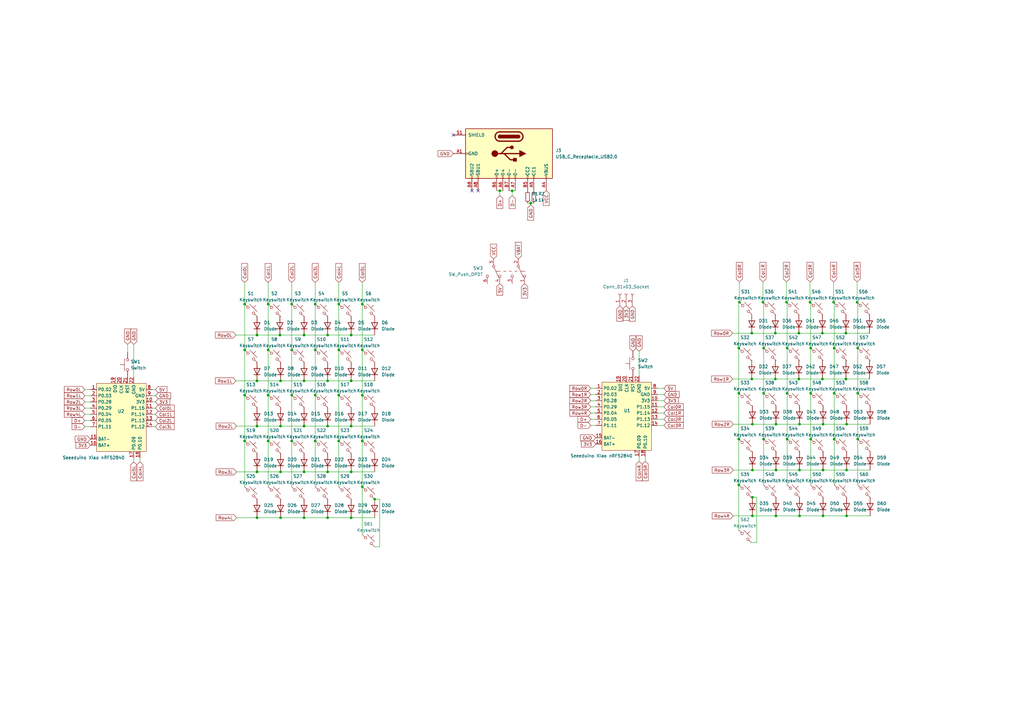
<source format=kicad_sch>
(kicad_sch (version 20230121) (generator eeschema)
  (paper "A3")
  (junction (at 318.008 155.448))
  (junction (at 347.218 192.786))
  (junction (at 308.356 136.652))
  (junction (at 318.262 192.786))
  (junction (at 346.964 136.652))
  (junction (at 129.286 180.848))
  (junction (at 217.678 83.312))
  (junction (at 303.022 180.086))
  (junction (at 308.356 155.448))
  (junction (at 124.714 193.548))
  (junction (at 337.566 211.582))
  (junction (at 119.634 143.51))
  (junction (at 115.062 193.548))
  (junction (at 351.79 180.086))
  (junction (at 303.022 161.29))
  (junction (at 129.286 162.052))
  (junction (at 105.41 212.344))
  (junction (at 134.366 156.21))
  (junction (at 105.41 137.414))
  (junction (at 148.59 124.714))
  (junction (at 327.66 155.448))
  (junction (at 134.366 193.548))
  (junction (at 144.018 137.414))
  (junction (at 100.33 124.714))
  (junction (at 119.634 180.848))
  (junction (at 124.714 156.21))
  (junction (at 312.928 123.952))
  (junction (at 303.276 123.952))
  (junction (at 119.634 124.714))
  (junction (at 342.138 161.29))
  (junction (at 341.884 123.952))
  (junction (at 148.59 143.51))
  (junction (at 303.022 142.748))
  (junction (at 204.978 78.232))
  (junction (at 327.914 192.786))
  (junction (at 138.938 180.848))
  (junction (at 105.41 193.548))
  (junction (at 308.61 173.99))
  (junction (at 303.022 198.882))
  (junction (at 134.366 174.752))
  (junction (at 138.938 143.51))
  (junction (at 148.59 180.848))
  (junction (at 313.182 180.086))
  (junction (at 308.61 211.582))
  (junction (at 322.834 161.29))
  (junction (at 313.182 142.748))
  (junction (at 327.914 173.99))
  (junction (at 134.366 212.344))
  (junction (at 124.714 137.414))
  (junction (at 351.536 123.952))
  (junction (at 144.018 193.548))
  (junction (at 115.062 174.752))
  (junction (at 100.33 143.51))
  (junction (at 308.61 203.962))
  (junction (at 342.138 142.748))
  (junction (at 332.486 180.086))
  (junction (at 115.062 212.344))
  (junction (at 105.41 156.21))
  (junction (at 109.982 180.848))
  (junction (at 332.486 161.29))
  (junction (at 100.33 180.848))
  (junction (at 346.964 155.448))
  (junction (at 124.714 174.752))
  (junction (at 337.312 155.448))
  (junction (at 148.59 162.052))
  (junction (at 351.79 142.748))
  (junction (at 332.486 142.748))
  (junction (at 322.58 123.952))
  (junction (at 318.262 211.582))
  (junction (at 342.138 180.086))
  (junction (at 148.59 199.644))
  (junction (at 332.232 123.952))
  (junction (at 134.366 137.414))
  (junction (at 138.938 162.052))
  (junction (at 100.33 162.052))
  (junction (at 347.218 211.582))
  (junction (at 153.67 204.724))
  (junction (at 109.982 162.052))
  (junction (at 138.938 124.714))
  (junction (at 318.008 136.652))
  (junction (at 347.218 173.99))
  (junction (at 144.018 212.344))
  (junction (at 144.018 156.21))
  (junction (at 109.982 143.51))
  (junction (at 351.79 161.29))
  (junction (at 114.808 137.414))
  (junction (at 308.61 192.786))
  (junction (at 119.634 162.052))
  (junction (at 337.566 173.99))
  (junction (at 210.058 78.232))
  (junction (at 313.182 161.29))
  (junction (at 105.41 174.752))
  (junction (at 144.018 174.752))
  (junction (at 129.286 143.51))
  (junction (at 337.312 136.652))
  (junction (at 129.286 124.714))
  (junction (at 124.714 212.344))
  (junction (at 337.566 192.786))
  (junction (at 327.66 136.652))
  (junction (at 115.062 156.21))
  (junction (at 318.262 173.99))
  (junction (at 327.914 211.582))
  (junction (at 322.834 180.086))
  (junction (at 109.982 124.714))
  (junction (at 322.834 142.748))
  (no_connect (at 196.088 78.232))
  (no_connect (at 193.548 78.232))
  (no_connect (at 185.928 55.372))
  (wire (pts (xy 63.754 162.306) (xy 62.484 162.306)))
  (wire (pts (xy 308.102 185.166) (xy 308.61 185.166)))
  (wire (pts (xy 63.754 169.926) (xy 62.484 169.926)))
  (wire (pts (xy 138.938 124.714) (xy 138.938 143.51)))
  (wire (pts (xy 342.138 198.882) (xy 342.138 180.086)))
  (wire (pts (xy 119.634 143.51) (xy 119.634 162.052)))
  (wire (pts (xy 322.58 115.57) (xy 322.58 123.952)))
  (wire (pts (xy 134.366 193.548) (xy 144.018 193.548)))
  (wire (pts (xy 105.41 137.414) (xy 114.808 137.414)))
  (wire (pts (xy 134.366 156.21) (xy 144.018 156.21)))
  (wire (pts (xy 96.774 137.414) (xy 105.41 137.414)))
  (wire (pts (xy 318.262 192.786) (xy 327.914 192.786)))
  (wire (pts (xy 347.218 173.99) (xy 356.87 173.99)))
  (wire (pts (xy 337.312 155.448) (xy 346.964 155.448)))
  (wire (pts (xy 109.982 180.848) (xy 109.982 162.052)))
  (wire (pts (xy 129.286 143.51) (xy 129.286 162.052)))
  (wire (pts (xy 63.754 167.386) (xy 62.484 167.386)))
  (wire (pts (xy 322.834 198.882) (xy 322.834 180.086)))
  (wire (pts (xy 308.356 136.652) (xy 318.008 136.652)))
  (wire (pts (xy 144.018 137.414) (xy 153.67 137.414)))
  (wire (pts (xy 356.87 147.828) (xy 356.616 147.828)))
  (wire (pts (xy 313.182 123.952) (xy 312.928 123.952)))
  (wire (pts (xy 210.058 80.264) (xy 210.058 78.232)))
  (wire (pts (xy 342.138 142.748) (xy 342.138 123.952)))
  (wire (pts (xy 100.33 180.848) (xy 100.33 162.052)))
  (wire (pts (xy 153.67 224.282) (xy 155.702 224.282)))
  (wire (pts (xy 327.914 192.786) (xy 337.566 192.786)))
  (wire (pts (xy 264.668 189.23) (xy 264.668 187.198)))
  (wire (pts (xy 272.288 161.798) (xy 269.748 161.798)))
  (wire (pts (xy 34.798 172.466) (xy 37.084 172.466)))
  (wire (pts (xy 313.182 142.748) (xy 313.182 123.952)))
  (wire (pts (xy 310.388 203.962) (xy 308.61 203.962)))
  (wire (pts (xy 322.834 161.29) (xy 322.834 142.748)))
  (wire (pts (xy 272.288 174.498) (xy 269.748 174.498)))
  (wire (pts (xy 337.566 173.99) (xy 347.218 173.99)))
  (wire (pts (xy 347.218 211.582) (xy 356.87 211.582)))
  (wire (pts (xy 115.062 156.21) (xy 124.714 156.21)))
  (wire (pts (xy 313.182 161.29) (xy 313.182 142.748)))
  (wire (pts (xy 204.978 78.232) (xy 206.248 78.232)))
  (wire (pts (xy 318.008 136.652) (xy 327.66 136.652)))
  (wire (pts (xy 313.182 198.882) (xy 313.182 180.086)))
  (wire (pts (xy 342.138 161.29) (xy 342.138 142.748)))
  (wire (pts (xy 148.59 143.51) (xy 148.59 162.052)))
  (wire (pts (xy 262.128 144.018) (xy 262.128 154.178)))
  (wire (pts (xy 63.754 172.466) (xy 62.484 172.466)))
  (wire (pts (xy 242.316 174.498) (xy 244.348 174.498)))
  (wire (pts (xy 300.736 192.786) (xy 308.61 192.786)))
  (wire (pts (xy 337.566 192.786) (xy 347.218 192.786)))
  (wire (pts (xy 129.286 162.052) (xy 129.286 180.848)))
  (wire (pts (xy 217.678 83.312) (xy 218.948 83.312)))
  (wire (pts (xy 129.286 115.824) (xy 129.286 124.714)))
  (wire (pts (xy 63.754 159.766) (xy 62.484 159.766)))
  (wire (pts (xy 303.022 142.748) (xy 303.022 123.952)))
  (wire (pts (xy 124.714 193.548) (xy 134.366 193.548)))
  (wire (pts (xy 124.714 212.344) (xy 134.366 212.344)))
  (wire (pts (xy 303.022 180.086) (xy 303.022 161.29)))
  (wire (pts (xy 105.41 212.344) (xy 115.062 212.344)))
  (wire (pts (xy 34.798 175.006) (xy 37.084 175.006)))
  (wire (pts (xy 351.79 142.748) (xy 351.79 123.952)))
  (wire (pts (xy 327.914 211.582) (xy 337.566 211.582)))
  (wire (pts (xy 138.938 115.824) (xy 138.938 124.714)))
  (wire (pts (xy 109.982 143.51) (xy 109.982 124.714)))
  (wire (pts (xy 203.708 78.232) (xy 204.978 78.232)))
  (wire (pts (xy 242.316 171.958) (xy 244.348 171.958)))
  (wire (pts (xy 272.288 159.258) (xy 269.748 159.258)))
  (wire (pts (xy 115.062 212.344) (xy 124.714 212.344)))
  (wire (pts (xy 318.262 173.99) (xy 327.914 173.99)))
  (wire (pts (xy 148.59 115.824) (xy 148.59 124.714)))
  (wire (pts (xy 109.982 199.644) (xy 109.982 180.848)))
  (wire (pts (xy 272.288 166.878) (xy 269.748 166.878)))
  (wire (pts (xy 204.978 80.264) (xy 204.978 78.232)))
  (wire (pts (xy 124.714 174.752) (xy 134.366 174.752)))
  (wire (pts (xy 57.404 189.484) (xy 57.404 187.706)))
  (wire (pts (xy 63.754 164.846) (xy 62.484 164.846)))
  (wire (pts (xy 138.938 143.51) (xy 138.938 162.052)))
  (wire (pts (xy 351.79 198.882) (xy 351.79 180.086)))
  (wire (pts (xy 109.982 162.052) (xy 109.982 143.51)))
  (wire (pts (xy 216.408 83.312) (xy 217.678 83.312)))
  (wire (pts (xy 138.938 180.848) (xy 138.938 199.644)))
  (wire (pts (xy 308.61 173.99) (xy 318.262 173.99)))
  (wire (pts (xy 97.028 174.752) (xy 105.41 174.752)))
  (wire (pts (xy 272.288 164.338) (xy 269.748 164.338)))
  (wire (pts (xy 347.218 192.786) (xy 356.87 192.786)))
  (wire (pts (xy 119.634 124.714) (xy 119.634 143.51)))
  (wire (pts (xy 322.834 123.952) (xy 322.58 123.952)))
  (wire (pts (xy 34.798 169.926) (xy 37.084 169.926)))
  (wire (pts (xy 351.79 161.29) (xy 351.79 142.748)))
  (wire (pts (xy 100.33 199.644) (xy 100.33 180.848)))
  (wire (pts (xy 138.938 162.052) (xy 138.938 180.848)))
  (wire (pts (xy 134.366 137.414) (xy 144.018 137.414)))
  (wire (pts (xy 303.022 198.882) (xy 303.022 180.086)))
  (wire (pts (xy 342.138 180.086) (xy 342.138 161.29)))
  (wire (pts (xy 337.566 211.582) (xy 347.218 211.582)))
  (wire (pts (xy 322.834 142.748) (xy 322.834 123.952)))
  (wire (pts (xy 318.262 211.582) (xy 327.914 211.582)))
  (wire (pts (xy 300.482 155.448) (xy 308.356 155.448)))
  (wire (pts (xy 144.018 156.21) (xy 153.67 156.21)))
  (wire (pts (xy 105.41 174.752) (xy 115.062 174.752)))
  (wire (pts (xy 322.834 180.086) (xy 322.834 161.29)))
  (wire (pts (xy 346.964 155.448) (xy 356.616 155.448)))
  (wire (pts (xy 124.714 137.414) (xy 134.366 137.414)))
  (wire (pts (xy 109.982 115.824) (xy 109.982 124.714)))
  (wire (pts (xy 300.482 136.652) (xy 308.356 136.652)))
  (wire (pts (xy 63.754 175.006) (xy 62.484 175.006)))
  (wire (pts (xy 308.356 155.448) (xy 318.008 155.448)))
  (wire (pts (xy 242.316 164.338) (xy 244.348 164.338)))
  (wire (pts (xy 100.33 162.052) (xy 100.33 143.51)))
  (wire (pts (xy 115.062 174.752) (xy 124.714 174.752)))
  (wire (pts (xy 119.634 115.824) (xy 119.634 124.714)))
  (wire (pts (xy 242.316 166.878) (xy 244.348 166.878)))
  (wire (pts (xy 347.218 147.828) (xy 346.964 147.828)))
  (wire (pts (xy 308.102 147.828) (xy 308.356 147.828)))
  (wire (pts (xy 308.61 211.582) (xy 318.262 211.582)))
  (wire (pts (xy 327.66 155.448) (xy 337.312 155.448)))
  (wire (pts (xy 119.634 162.052) (xy 119.634 180.848)))
  (wire (pts (xy 303.022 161.29) (xy 303.022 142.748)))
  (wire (pts (xy 242.316 161.798) (xy 244.348 161.798)))
  (wire (pts (xy 148.59 124.714) (xy 148.59 143.51)))
  (wire (pts (xy 272.288 171.958) (xy 269.748 171.958)))
  (wire (pts (xy 303.022 123.952) (xy 303.276 123.952)))
  (wire (pts (xy 300.736 173.99) (xy 308.61 173.99)))
  (wire (pts (xy 96.774 156.21) (xy 105.41 156.21)))
  (wire (pts (xy 54.864 141.224) (xy 54.864 154.686)))
  (wire (pts (xy 114.808 137.414) (xy 124.714 137.414)))
  (wire (pts (xy 134.366 174.752) (xy 144.018 174.752)))
  (wire (pts (xy 210.058 78.232) (xy 211.328 78.232)))
  (wire (pts (xy 144.018 212.344) (xy 153.67 212.344)))
  (wire (pts (xy 115.062 193.548) (xy 124.714 193.548)))
  (wire (pts (xy 308.102 166.37) (xy 308.61 166.37)))
  (wire (pts (xy 327.914 147.828) (xy 327.66 147.828)))
  (wire (pts (xy 341.884 115.57) (xy 341.884 123.952)))
  (wire (pts (xy 100.33 115.824) (xy 100.33 124.714)))
  (wire (pts (xy 54.864 189.484) (xy 54.864 187.706)))
  (wire (pts (xy 272.288 169.418) (xy 269.748 169.418)))
  (wire (pts (xy 303.276 115.57) (xy 303.276 123.952)))
  (wire (pts (xy 148.59 180.848) (xy 148.59 199.644)))
  (wire (pts (xy 300.736 211.582) (xy 308.61 211.582)))
  (wire (pts (xy 351.536 115.57) (xy 351.536 123.952)))
  (wire (pts (xy 310.388 222.504) (xy 310.388 203.962)))
  (wire (pts (xy 342.138 123.952) (xy 341.884 123.952)))
  (wire (pts (xy 351.79 180.086) (xy 351.79 161.29)))
  (wire (pts (xy 217.678 84.074) (xy 217.678 83.312)))
  (wire (pts (xy 318.008 155.448) (xy 327.66 155.448)))
  (wire (pts (xy 332.486 142.748) (xy 332.486 123.952)))
  (wire (pts (xy 52.324 141.224) (xy 52.324 144.526)))
  (wire (pts (xy 124.714 156.21) (xy 134.366 156.21)))
  (wire (pts (xy 208.788 78.232) (xy 210.058 78.232)))
  (wire (pts (xy 34.798 162.306) (xy 37.084 162.306)))
  (wire (pts (xy 337.566 147.828) (xy 337.312 147.828)))
  (wire (pts (xy 332.232 115.57) (xy 332.232 123.952)))
  (wire (pts (xy 346.964 136.652) (xy 356.616 136.652)))
  (wire (pts (xy 308.102 203.962) (xy 308.61 203.962)))
  (wire (pts (xy 34.798 164.846) (xy 37.084 164.846)))
  (wire (pts (xy 119.634 180.848) (xy 119.634 199.644)))
  (wire (pts (xy 242.316 159.258) (xy 244.348 159.258)))
  (wire (pts (xy 262.128 189.23) (xy 262.128 187.198)))
  (wire (pts (xy 242.316 169.418) (xy 244.348 169.418)))
  (wire (pts (xy 34.798 167.386) (xy 37.084 167.386)))
  (wire (pts (xy 318.262 147.828) (xy 318.008 147.828)))
  (wire (pts (xy 303.022 217.424) (xy 303.022 198.882)))
  (wire (pts (xy 337.312 136.652) (xy 346.964 136.652)))
  (wire (pts (xy 144.018 193.548) (xy 153.67 193.548)))
  (wire (pts (xy 332.486 198.882) (xy 332.486 180.086)))
  (wire (pts (xy 308.61 192.786) (xy 318.262 192.786)))
  (wire (pts (xy 327.914 173.99) (xy 337.566 173.99)))
  (wire (pts (xy 327.66 136.652) (xy 337.312 136.652)))
  (wire (pts (xy 155.702 204.724) (xy 153.67 204.724)))
  (wire (pts (xy 308.102 222.504) (xy 310.388 222.504)))
  (wire (pts (xy 313.182 180.086) (xy 313.182 161.29)))
  (wire (pts (xy 148.59 162.052) (xy 148.59 180.848)))
  (wire (pts (xy 100.33 124.714) (xy 100.33 143.51)))
  (wire (pts (xy 134.366 212.344) (xy 144.018 212.344)))
  (wire (pts (xy 97.028 193.548) (xy 105.41 193.548)))
  (wire (pts (xy 105.41 193.548) (xy 115.062 193.548)))
  (wire (pts (xy 115.062 129.794) (xy 114.808 129.794)))
  (wire (pts (xy 312.928 115.57) (xy 312.928 123.952)))
  (wire (pts (xy 144.018 174.752) (xy 153.67 174.752)))
  (wire (pts (xy 332.486 123.952) (xy 332.232 123.952)))
  (wire (pts (xy 148.59 219.202) (xy 148.59 199.644)))
  (wire (pts (xy 332.486 161.29) (xy 332.486 142.748)))
  (wire (pts (xy 351.79 123.952) (xy 351.536 123.952)))
  (wire (pts (xy 97.028 212.344) (xy 105.41 212.344)))
  (wire (pts (xy 332.486 180.086) (xy 332.486 161.29)))
  (wire (pts (xy 129.286 124.714) (xy 129.286 143.51)))
  (wire (pts (xy 129.286 180.848) (xy 129.286 199.644)))
  (wire (pts (xy 34.798 159.766) (xy 37.084 159.766)))
  (wire (pts (xy 155.702 224.282) (xy 155.702 204.724)))
  (wire (pts (xy 105.41 156.21) (xy 115.062 156.21)))
  (global_label "GND" (shape input) (at 54.864 141.224 90) (property "Intersheetrefs" "${INTERSHEET_REFS}" (effects hide)))
  (global_label "Col1L" (shape input) (at 63.754 169.926 0) (property "Intersheetrefs" "${INTERSHEET_REFS}" (effects hide)))
  (global_label "GND" (shape input) (at 259.588 144.018 90) (property "Intersheetrefs" "${INTERSHEET_REFS}" (effects hide)))
  (global_label "Row3L" (shape input) (at 34.798 167.386 180) (property "Intersheetrefs" "${INTERSHEET_REFS}" (effects hide)))
  (global_label "Col3R" (shape input) (at 332.232 115.57 90) (property "Intersheetrefs" "${INTERSHEET_REFS}" (effects hide)))
  (global_label "3V3" (shape input) (at 63.754 164.846 0) (property "Intersheetrefs" "${INTERSHEET_REFS}" (effects hide)))
  (global_label "GND" (shape input) (at 217.678 84.074 270) (property "Intersheetrefs" "${INTERSHEET_REFS}" (effects hide)))
  (global_label "GND" (shape input) (at 185.928 62.992 180) (property "Intersheetrefs" "${INTERSHEET_REFS}" (effects hide)))
  (global_label "GND" (shape input) (at 254.254 125.476 270) (property "Intersheetrefs" "${INTERSHEET_REFS}" (effects hide)))
  (global_label "GND" (shape input) (at 259.334 125.476 270) (property "Intersheetrefs" "${INTERSHEET_REFS}" (effects hide)))
  (global_label "Col2L" (shape input) (at 63.754 172.466 0) (property "Intersheetrefs" "${INTERSHEET_REFS}" (effects hide)))
  (global_label "GND" (shape input) (at 52.324 141.224 90) (property "Intersheetrefs" "${INTERSHEET_REFS}" (effects hide)))
  (global_label "Col3L" (shape input) (at 63.754 175.006 0) (property "Intersheetrefs" "${INTERSHEET_REFS}" (effects hide)))
  (global_label "Col4L" (shape input) (at 138.938 115.824 90) (property "Intersheetrefs" "${INTERSHEET_REFS}" (effects hide)))
  (global_label "Row3R" (shape input) (at 300.736 192.786 180) (property "Intersheetrefs" "${INTERSHEET_REFS}" (effects hide)))
  (global_label "5V" (shape input) (at 272.288 159.258 0) (property "Intersheetrefs" "${INTERSHEET_REFS}" (effects hide)))
  (global_label "Col0L" (shape input) (at 63.754 167.386 0) (property "Intersheetrefs" "${INTERSHEET_REFS}" (effects hide)))
  (global_label "Row0L" (shape input) (at 34.798 159.766 180) (property "Intersheetrefs" "${INTERSHEET_REFS}" (effects hide)))
  (global_label "5V" (shape input) (at 63.754 159.766 0) (property "Intersheetrefs" "${INTERSHEET_REFS}" (effects hide)))
  (global_label "Row3R" (shape input) (at 242.316 166.878 180) (property "Intersheetrefs" "${INTERSHEET_REFS}" (effects hide)))
  (global_label "Row2L" (shape input) (at 34.798 164.846 180) (property "Intersheetrefs" "${INTERSHEET_REFS}" (effects hide)))
  (global_label "3V3" (shape input) (at 272.288 164.338 0) (property "Intersheetrefs" "${INTERSHEET_REFS}" (effects hide)))
  (global_label "Row4R" (shape input) (at 242.316 169.418 180) (property "Intersheetrefs" "${INTERSHEET_REFS}" (effects hide)))
  (global_label "D-" (shape input) (at 34.798 175.006 180) (property "Intersheetrefs" "${INTERSHEET_REFS}" (effects hide)))
  (global_label "Col0L" (shape input) (at 100.33 115.824 90) (property "Intersheetrefs" "${INTERSHEET_REFS}" (effects hide)))
  (global_label "D+" (shape input) (at 34.798 172.466 180) (property "Intersheetrefs" "${INTERSHEET_REFS}" (effects hide)))
  (global_label "Col2R" (shape input) (at 322.58 115.57 90) (property "Intersheetrefs" "${INTERSHEET_REFS}" (effects hide)))
  (global_label "3V3" (shape input) (at 215.138 116.332 270) (property "Intersheetrefs" "${INTERSHEET_REFS}" (effects hide)))
  (global_label "Col3R" (shape input) (at 272.288 174.498 0) (property "Intersheetrefs" "${INTERSHEET_REFS}" (effects hide)))
  (global_label "Row0L" (shape input) (at 96.774 137.414 180) (property "Intersheetrefs" "${INTERSHEET_REFS}" (effects hide)))
  (global_label "Col4R" (shape input) (at 262.128 189.23 270) (property "Intersheetrefs" "${INTERSHEET_REFS}" (effects hide)))
  (global_label "GND" (shape input) (at 272.288 161.798 0) (property "Intersheetrefs" "${INTERSHEET_REFS}" (effects hide)))
  (global_label "Row1R" (shape input) (at 300.482 155.448 180) (property "Intersheetrefs" "${INTERSHEET_REFS}" (effects hide)))
  (global_label "Col5R" (shape input) (at 351.536 115.57 90) (property "Intersheetrefs" "${INTERSHEET_REFS}" (effects hide)))
  (global_label "Col1R" (shape input) (at 272.288 169.418 0) (property "Intersheetrefs" "${INTERSHEET_REFS}" (effects hide)))
  (global_label "Col5L" (shape input) (at 54.864 189.484 270) (property "Intersheetrefs" "${INTERSHEET_REFS}" (effects hide)))
  (global_label "Col2L" (shape input) (at 119.634 115.824 90) (property "Intersheetrefs" "${INTERSHEET_REFS}" (effects hide)))
  (global_label "D-" (shape input) (at 242.316 174.498 180) (property "Intersheetrefs" "${INTERSHEET_REFS}" (effects hide)))
  (global_label "Col0R" (shape input) (at 303.276 115.57 90) (property "Intersheetrefs" "${INTERSHEET_REFS}" (effects hide)))
  (global_label "Row4L" (shape input) (at 97.028 212.344 180) (property "Intersheetrefs" "${INTERSHEET_REFS}" (effects hide)))
  (global_label "D+" (shape input) (at 204.978 80.264 270) (property "Intersheetrefs" "${INTERSHEET_REFS}" (effects hide)))
  (global_label "Row2R" (shape input) (at 300.736 173.99 180) (property "Intersheetrefs" "${INTERSHEET_REFS}" (effects hide)))
  (global_label "Row1L" (shape input) (at 34.798 162.306 180) (property "Intersheetrefs" "${INTERSHEET_REFS}" (effects hide)))
  (global_label "Col4R" (shape input) (at 341.884 115.57 90) (property "Intersheetrefs" "${INTERSHEET_REFS}" (effects hide)))
  (global_label "Col1R" (shape input) (at 312.928 115.57 90) (property "Intersheetrefs" "${INTERSHEET_REFS}" (effects hide)))
  (global_label "VBAT" (shape input) (at 212.598 106.172 90) (property "Intersheetrefs" "${INTERSHEET_REFS}" (effects hide)))
  (global_label "VCC" (shape input) (at 224.028 78.232 270) (property "Intersheetrefs" "${INTERSHEET_REFS}" (effects hide)))
  (global_label "Col0R" (shape input) (at 272.288 166.878 0) (property "Intersheetrefs" "${INTERSHEET_REFS}" (effects hide)))
  (global_label "Col5R" (shape input) (at 264.668 189.23 270) (property "Intersheetrefs" "${INTERSHEET_REFS}" (effects hide)))
  (global_label "GND" (shape input) (at 244.348 179.578 180) (property "Intersheetrefs" "${INTERSHEET_REFS}" (effects hide)))
  (global_label "Row4L" (shape input) (at 34.798 169.926 180) (property "Intersheetrefs" "${INTERSHEET_REFS}" (effects hide)))
  (global_label "D-" (shape input) (at 210.058 80.264 270) (property "Intersheetrefs" "${INTERSHEET_REFS}" (effects hide)))
  (global_label "Row0R" (shape input) (at 300.482 136.652 180) (property "Intersheetrefs" "${INTERSHEET_REFS}" (effects hide)))
  (global_label "3V3" (shape input) (at 256.794 125.476 270) (property "Intersheetrefs" "${INTERSHEET_REFS}" (effects hide)))
  (global_label "Row4R" (shape input) (at 300.736 211.582 180) (property "Intersheetrefs" "${INTERSHEET_REFS}" (effects hide)))
  (global_label "Col4L" (shape input) (at 57.404 189.484 270) (property "Intersheetrefs" "${INTERSHEET_REFS}" (effects hide)))
  (global_label "Row2L" (shape input) (at 97.028 174.752 180) (property "Intersheetrefs" "${INTERSHEET_REFS}" (effects hide)))
  (global_label "Row1L" (shape input) (at 96.774 156.21 180) (property "Intersheetrefs" "${INTERSHEET_REFS}" (effects hide)))
  (global_label "D+" (shape input) (at 242.316 171.958 180) (property "Intersheetrefs" "${INTERSHEET_REFS}" (effects hide)))
  (global_label "GND" (shape input) (at 63.754 162.306 0) (property "Intersheetrefs" "${INTERSHEET_REFS}" (effects hide)))
  (global_label "Col2R" (shape input) (at 272.288 171.958 0) (property "Intersheetrefs" "${INTERSHEET_REFS}" (effects hide)))
  (global_label "Col3L" (shape input) (at 129.286 115.824 90) (property "Intersheetrefs" "${INTERSHEET_REFS}" (effects hide)))
  (global_label "Col1L" (shape input) (at 109.982 115.824 90) (property "Intersheetrefs" "${INTERSHEET_REFS}" (effects hide)))
  (global_label "3V3" (shape input) (at 37.084 182.626 180) (property "Intersheetrefs" "${INTERSHEET_REFS}" (effects hide)))
  (global_label "GND" (shape input) (at 262.128 144.018 90) (property "Intersheetrefs" "${INTERSHEET_REFS}" (effects hide)))
  (global_label "Row0R" (shape input) (at 242.316 159.258 180) (property "Intersheetrefs" "${INTERSHEET_REFS}" (effects hide)))
  (global_label "Col5L" (shape input) (at 148.59 115.824 90) (property "Intersheetrefs" "${INTERSHEET_REFS}" (effects hide)))
  (global_label "Row1R" (shape input) (at 242.316 161.798 180) (property "Intersheetrefs" "${INTERSHEET_REFS}" (effects hide)))
  (global_label "VCC" (shape input) (at 202.438 106.172 90) (property "Intersheetrefs" "${INTERSHEET_REFS}" (effects hide)))
  (global_label "Row3L" (shape input) (at 97.028 193.548 180) (property "Intersheetrefs" "${INTERSHEET_REFS}" (effects hide)))
  (global_label "5V" (shape input) (at 204.978 116.332 270) (property "Intersheetrefs" "${INTERSHEET_REFS}" (effects hide)))
  (global_label "3V3" (shape input) (at 244.348 182.118 180) (property "Intersheetrefs" "${INTERSHEET_REFS}" (effects hide)))
  (global_label "Row2R" (shape input) (at 242.316 164.338 180) (property "Intersheetrefs" "${INTERSHEET_REFS}" (effects hide)))
  (global_label "GND" (shape input) (at 37.084 180.086 180) (property "Intersheetrefs" "${INTERSHEET_REFS}" (effects hide)))
  (symbol (lib_id "ScottoKeebs:Placeholder_Diode") (at 115.062 170.942 90) (unit 1)
    (property "Reference" "D14" (at 117.856 169.672 90) (effects (justify right)))
    (property "Value" "Diode" (at 117.856 172.212 90) (effects (justify right)))
    (property "Footprint" "ScottoKeebs_Components:Diode_SOD-123" (effects hide))
    (property "Sim.Device" "D" (effects hide))
    (property "Sim.Pins" "1=K 2=A" (effects hide))
  )
  (symbol (lib_id "ScottoKeebs:Placeholder_Diode") (at 105.41 189.738 90) (unit 1)
    (property "Reference" "D19" (at 108.204 188.468 90) (effects (justify right)))
    (property "Value" "Diode" (at 108.204 191.008 90) (effects (justify right)))
    (property "Footprint" "ScottoKeebs_Components:Diode_SOD-123" (effects hide))
    (property "Sim.Device" "D" (effects hide))
    (property "Sim.Pins" "1=K 2=A" (effects hide))
  )
  (symbol (lib_id "ScottoKeebs:Placeholder_Diode") (at 153.67 189.738 90) (unit 1)
    (property "Reference" "D24" (at 156.464 188.468 90) (effects (justify right)))
    (property "Value" "Diode" (at 156.464 191.008 90) (effects (justify right)))
    (property "Footprint" "ScottoKeebs_Components:Diode_SOD-123" (effects hide))
    (property "Sim.Device" "D" (effects hide))
    (property "Sim.Pins" "1=K 2=A" (effects hide))
  )
  (symbol (lib_id "ScottoKeebs:Placeholder_Diode") (at 105.41 208.534 90) (unit 1)
    (property "Reference" "D25" (at 108.204 207.264 90) (effects (justify right)))
    (property "Value" "Diode" (at 108.204 209.804 90) (effects (justify right)))
    (property "Footprint" "ScottoKeebs_Components:Diode_SOD-123" (effects hide))
    (property "Sim.Device" "D" (effects hide))
    (property "Sim.Pins" "1=K 2=A" (effects hide))
  )
  (symbol (lib_id "ScottoKeebs:Placeholder_Keyswitch") (at 102.87 164.592 0) (unit 1)
    (property "Reference" "S13" (at 102.87 157.734 0))
    (property "Value" "Keyswitch" (at 102.87 160.274 0))
    (property "Footprint" "ScottoKeebs_Hotswap:Hotswap_Choc_V1V2_1.00u" (effects hide))
  )
  (symbol (lib_id "ScottoKeebs:Placeholder_Diode") (at 308.61 170.18 90) (unit 1)
    (property "Reference" "D33" (at 311.404 168.91 90) (effects (justify right)))
    (property "Value" "Diode" (at 311.404 171.45 90) (effects (justify right)))
    (property "Footprint" "ScottoKeebs_Components:Diode_SOD-123" (effects hide))
    (property "Sim.Device" "D" (effects hide))
    (property "Sim.Pins" "1=K 2=A" (effects hide))
  )
  (symbol (lib_id "ScottoKeebs:Placeholder_Switch") (at 259.588 149.098 90) (unit 1)
    (property "Reference" "SW2" (at 261.62 147.828 90) (effects (justify right)))
    (property "Value" "Switch" (at 261.62 150.368 90) (effects (justify right)))
    (property "Footprint" "PCM_4ms_Switch:Button_Tact_Sqkg" (effects hide))
  )
  (symbol (lib_id "ScottoKeebs:Placeholder_Diode") (at 337.312 151.638 90) (unit 1)
    (property "Reference" "D47" (at 340.106 150.368 90) (effects (justify right)))
    (property "Value" "Diode" (at 340.106 152.908 90) (effects (justify right)))
    (property "Footprint" "ScottoKeebs_Components:Diode_SOD-123" (effects hide))
    (property "Sim.Device" "D" (effects hide))
    (property "Sim.Pins" "1=K 2=A" (effects hide))
  )
  (symbol (lib_id "ScottoKeebs:Placeholder_Diode") (at 327.66 151.638 90) (unit 1)
    (property "Reference" "D42" (at 330.454 150.368 90) (effects (justify right)))
    (property "Value" "Diode" (at 330.454 152.908 90) (effects (justify right)))
    (property "Footprint" "ScottoKeebs_Components:Diode_SOD-123" (effects hide))
    (property "Sim.Device" "D" (effects hide))
    (property "Sim.Pins" "1=K 2=A" (effects hide))
  )
  (symbol (lib_id "PCM_marbastlib-promicroish:Seeeduino_Xiao_nRF52840") (at 257.048 173.228 0) (unit 1) (in_bom no)
    (property "Reference" "U1" (at 255.778 168.402 0) (effects (justify left)))
    (property "Value" "Seeeduino Xiao nRF52840" (at 233.934 186.944 0) (effects (justify left)))
    (property "Footprint" "PCM_marbastlib-xp-promicroish:Xiao_nRF52840_ACH" (effects hide))
  )
  (symbol (lib_id "ScottoKeebs:Placeholder_Keyswitch") (at 141.478 146.05 0) (unit 1)
    (property "Reference" "S11" (at 141.478 139.192 0))
    (property "Value" "Keyswitch" (at 141.478 141.732 0))
    (property "Footprint" "ScottoKeebs_Hotswap:Hotswap_Choc_V1V2_1.00u" (effects hide))
  )
  (symbol (lib_id "Connector:Conn_01x03_Socket") (at 256.794 120.396 90) (unit 1)
    (property "Reference" "J1" (at 256.794 115.062 90))
    (property "Value" "Conn_01x03_Socket" (at 256.794 117.602 90))
    (property "Footprint" "Connector_JST:JST_EH_S3B-EH_1x03_P2.50mm_Horizontal" (effects hide))
  )
  (symbol (lib_id "ScottoKeebs:Placeholder_Keyswitch") (at 335.026 163.83 0) (unit 1)
    (property "Reference" "S48" (at 335.026 156.972 0))
    (property "Value" "Keyswitch" (at 335.026 159.512 0))
    (property "Footprint" "ScottoKeebs_Hotswap:Hotswap_Choc_V1V2_1.00u" (effects hide))
  )
  (symbol (lib_id "ScottoKeebs:Placeholder_Diode") (at 115.062 189.738 90) (unit 1)
    (property "Reference" "D20" (at 117.856 188.468 90) (effects (justify right)))
    (property "Value" "Diode" (at 117.856 191.008 90) (effects (justify right)))
    (property "Footprint" "ScottoKeebs_Components:Diode_SOD-123" (effects hide))
    (property "Sim.Device" "D" (effects hide))
    (property "Sim.Pins" "1=K 2=A" (effects hide))
  )
  (symbol (lib_id "ScottoKeebs:Placeholder_Keyswitch") (at 151.13 164.592 0) (unit 1)
    (property "Reference" "S18" (at 151.13 157.734 0))
    (property "Value" "Keyswitch" (at 151.13 160.274 0))
    (property "Footprint" "ScottoKeebs_Hotswap:Hotswap_Choc_V1V2_1.00u" (effects hide))
  )
  (symbol (lib_id "ScottoKeebs:Placeholder_Keyswitch") (at 354.33 145.288 0) (unit 1)
    (property "Reference" "S57" (at 354.33 138.43 0))
    (property "Value" "Keyswitch" (at 354.33 140.97 0))
    (property "Footprint" "ScottoKeebs_Hotswap:Hotswap_Choc_V1V2_1.00u" (effects hide))
  )
  (symbol (lib_id "ScottoKeebs:Placeholder_Diode") (at 144.018 170.942 90) (unit 1)
    (property "Reference" "D17" (at 146.812 169.672 90) (effects (justify right)))
    (property "Value" "Diode" (at 146.812 172.212 90) (effects (justify right)))
    (property "Footprint" "ScottoKeebs_Components:Diode_SOD-123" (effects hide))
    (property "Sim.Device" "D" (effects hide))
    (property "Sim.Pins" "1=K 2=A" (effects hide))
  )
  (symbol (lib_id "ScottoKeebs:Placeholder_Diode") (at 153.67 152.4 90) (unit 1)
    (property "Reference" "D12" (at 156.464 151.13 90) (effects (justify right)))
    (property "Value" "Diode" (at 156.464 153.67 90) (effects (justify right)))
    (property "Footprint" "ScottoKeebs_Components:Diode_SOD-123" (effects hide))
    (property "Sim.Device" "D" (effects hide))
    (property "Sim.Pins" "1=K 2=A" (effects hide))
  )
  (symbol (lib_id "ScottoKeebs:Placeholder_Diode") (at 356.87 188.976 90) (unit 1)
    (property "Reference" "D59" (at 359.664 187.706 90) (effects (justify right)))
    (property "Value" "Diode" (at 359.664 190.246 90) (effects (justify right)))
    (property "Footprint" "ScottoKeebs_Components:Diode_SOD-123" (effects hide))
    (property "Sim.Device" "D" (effects hide))
    (property "Sim.Pins" "1=K 2=A" (effects hide))
  )
  (symbol (lib_id "ScottoKeebs:Placeholder_Keyswitch") (at 354.33 201.422 0) (unit 1)
    (property "Reference" "S60" (at 354.33 194.564 0))
    (property "Value" "Keyswitch" (at 354.33 197.104 0))
    (property "Footprint" "ScottoKeebs_Hotswap:Hotswap_Choc_V1V2_1.00u" (effects hide))
  )
  (symbol (lib_id "ScottoKeebs:Placeholder_Keyswitch") (at 131.826 183.388 0) (unit 1)
    (property "Reference" "S22" (at 131.826 176.53 0))
    (property "Value" "Keyswitch" (at 131.826 179.07 0))
    (property "Footprint" "ScottoKeebs_Hotswap:Hotswap_Choc_V1V2_1.00u" (effects hide))
  )
  (symbol (lib_id "ScottoKeebs:Placeholder_Diode") (at 134.366 133.604 90) (unit 1)
    (property "Reference" "D4" (at 137.16 132.334 90) (effects (justify right)))
    (property "Value" "Diode" (at 137.16 134.874 90) (effects (justify right)))
    (property "Footprint" "ScottoKeebs_Components:Diode_SOD-123" (effects hide))
    (property "Sim.Device" "D" (effects hide))
    (property "Sim.Pins" "1=K 2=A" (effects hide))
  )
  (symbol (lib_id "ScottoKeebs:Placeholder_Diode") (at 308.61 207.772 90) (unit 1)
    (property "Reference" "D35" (at 311.404 206.502 90) (effects (justify right)))
    (property "Value" "Diode" (at 311.404 209.042 90) (effects (justify right)))
    (property "Footprint" "ScottoKeebs_Components:Diode_SOD-123" (effects hide))
    (property "Sim.Device" "D" (effects hide))
    (property "Sim.Pins" "1=K 2=A" (effects hide))
  )
  (symbol (lib_id "ScottoKeebs:Placeholder_Diode") (at 337.566 207.772 90) (unit 1)
    (property "Reference" "D50" (at 340.36 206.502 90) (effects (justify right)))
    (property "Value" "Diode" (at 340.36 209.042 90) (effects (justify right)))
    (property "Footprint" "ScottoKeebs_Components:Diode_SOD-123" (effects hide))
    (property "Sim.Device" "D" (effects hide))
    (property "Sim.Pins" "1=K 2=A" (effects hide))
  )
  (symbol (lib_id "Connector:USB_C_Receptacle_USB2.0") (at 208.788 62.992 270) (unit 1)
    (property "Reference" "J3" (at 227.838 61.722 90) (effects (justify left)))
    (property "Value" "USB_C_Receptacle_USB2.0" (at 227.838 64.262 90) (effects (justify left)))
    (property "Footprint" "PCM_marbastlib-various:USB_C_Receptacle_HRO_TYPE-C-31-M-12" (effects hide))
    (property "Datasheet" "https://www.usb.org/sites/default/files/documents/usb_type-c.zip" (effects hide))
  )
  (symbol (lib_id "ScottoKeebs:Placeholder_Diode") (at 124.714 189.738 90) (unit 1)
    (property "Reference" "D21" (at 127.508 188.468 90) (effects (justify right)))
    (property "Value" "Diode" (at 127.508 191.008 90) (effects (justify right)))
    (property "Footprint" "ScottoKeebs_Components:Diode_SOD-123" (effects hide))
    (property "Sim.Device" "D" (effects hide))
    (property "Sim.Pins" "1=K 2=A" (effects hide))
  )
  (symbol (lib_id "ScottoKeebs:Placeholder_Diode") (at 356.87 207.772 90) (unit 1)
    (property "Reference" "D60" (at 359.664 206.502 90) (effects (justify right)))
    (property "Value" "Diode" (at 359.664 209.042 90) (effects (justify right)))
    (property "Footprint" "ScottoKeebs_Components:Diode_SOD-123" (effects hide))
    (property "Sim.Device" "D" (effects hide))
    (property "Sim.Pins" "1=K 2=A" (effects hide))
  )
  (symbol (lib_id "ScottoKeebs:Placeholder_Diode") (at 347.218 207.772 90) (unit 1)
    (property "Reference" "D55" (at 350.012 206.502 90) (effects (justify right)))
    (property "Value" "Diode" (at 350.012 209.042 90) (effects (justify right)))
    (property "Footprint" "ScottoKeebs_Components:Diode_SOD-123" (effects hide))
    (property "Sim.Device" "D" (effects hide))
    (property "Sim.Pins" "1=K 2=A" (effects hide))
  )
  (symbol (lib_id "ScottoKeebs:Placeholder_Keyswitch") (at 335.026 182.626 0) (unit 1)
    (property "Reference" "S49" (at 335.026 175.768 0))
    (property "Value" "Keyswitch" (at 335.026 178.308 0))
    (property "Footprint" "ScottoKeebs_Hotswap:Hotswap_Choc_V1V2_1.00u" (effects hide))
  )
  (symbol (lib_id "ScottoKeebs:Placeholder_Keyswitch") (at 151.13 221.742 0) (unit 1)
    (property "Reference" "S61" (at 151.13 214.884 0))
    (property "Value" "Keyswitch" (at 151.13 217.424 0))
    (property "Footprint" "ScottoKeebs_Hotswap:Hotswap_Choc_V1V2_1.00u" (effects hide))
  )
  (symbol (lib_id "ScottoKeebs:Placeholder_Diode") (at 115.062 152.4 90) (unit 1)
    (property "Reference" "D8" (at 117.856 151.13 90) (effects (justify right)))
    (property "Value" "Diode" (at 117.856 153.67 90) (effects (justify right)))
    (property "Footprint" "ScottoKeebs_Components:Diode_SOD-123" (effects hide))
    (property "Sim.Device" "D" (effects hide))
    (property "Sim.Pins" "1=K 2=A" (effects hide))
  )
  (symbol (lib_id "Device:R_Small") (at 218.948 80.772 0) (unit 1)
    (property "Reference" "R2" (at 220.726 79.502 0) (effects (justify left)))
    (property "Value" "1k" (at 220.726 82.042 0) (effects (justify left)))
    (property "Footprint" "PCM_Resistor_SMD_AKL:R_0805_2012Metric_Pad1.20x1.40mm_HandSolder" (effects hide))
  )
  (symbol (lib_id "ScottoKeebs:Placeholder_Diode") (at 105.41 152.4 90) (unit 1)
    (property "Reference" "D7" (at 108.204 151.13 90) (effects (justify right)))
    (property "Value" "Diode" (at 108.204 153.67 90) (effects (justify right)))
    (property "Footprint" "ScottoKeebs_Components:Diode_SOD-123" (effects hide))
    (property "Sim.Device" "D" (effects hide))
    (property "Sim.Pins" "1=K 2=A" (effects hide))
  )
  (symbol (lib_id "ScottoKeebs:Placeholder_Diode") (at 124.714 133.604 90) (unit 1)
    (property "Reference" "D3" (at 127.508 132.334 90) (effects (justify right)))
    (property "Value" "Diode" (at 127.508 134.874 90) (effects (justify right)))
    (property "Footprint" "ScottoKeebs_Components:Diode_SOD-123" (effects hide))
    (property "Sim.Device" "D" (effects hide))
    (property "Sim.Pins" "1=K 2=A" (effects hide))
  )
  (symbol (lib_id "ScottoKeebs:Placeholder_Keyswitch") (at 131.826 146.05 0) (unit 1)
    (property "Reference" "S10" (at 131.826 139.192 0))
    (property "Value" "Keyswitch" (at 131.826 141.732 0))
    (property "Footprint" "ScottoKeebs_Hotswap:Hotswap_Choc_V1V2_1.00u" (effects hide))
  )
  (symbol (lib_id "ScottoKeebs:Placeholder_Keyswitch") (at 305.562 219.964 0) (unit 1)
    (property "Reference" "S62" (at 305.562 213.106 0))
    (property "Value" "Keyswitch" (at 305.562 215.646 0))
    (property "Footprint" "ScottoKeebs_Hotswap:Hotswap_Choc_V1V2_1.00u" (effects hide))
  )
  (symbol (lib_id "ScottoKeebs:Placeholder_Diode") (at 327.66 132.842 90) (unit 1)
    (property "Reference" "D41" (at 330.454 131.572 90) (effects (justify right)))
    (property "Value" "Diode" (at 330.454 134.112 90) (effects (justify right)))
    (property "Footprint" "ScottoKeebs_Components:Diode_SOD-123" (effects hide))
    (property "Sim.Device" "D" (effects hide))
    (property "Sim.Pins" "1=K 2=A" (effects hide))
  )
  (symbol (lib_id "ScottoKeebs:Placeholder_Keyswitch") (at 354.33 182.626 0) (unit 1)
    (property "Reference" "S59" (at 354.33 175.768 0))
    (property "Value" "Keyswitch" (at 354.33 178.308 0))
    (property "Footprint" "ScottoKeebs_Hotswap:Hotswap_Choc_V1V2_1.00u" (effects hide))
  )
  (symbol (lib_id "ScottoKeebs:Placeholder_Keyswitch") (at 344.678 145.288 0) (unit 1)
    (property "Reference" "S52" (at 344.678 138.43 0))
    (property "Value" "Keyswitch" (at 344.678 140.97 0))
    (property "Footprint" "ScottoKeebs_Hotswap:Hotswap_Choc_V1V2_1.00u" (effects hide))
  )
  (symbol (lib_id "ScottoKeebs:Placeholder_Diode") (at 115.062 208.534 90) (unit 1)
    (property "Reference" "D26" (at 117.856 207.264 90) (effects (justify right)))
    (property "Value" "Diode" (at 117.856 209.804 90) (effects (justify right)))
    (property "Footprint" "ScottoKeebs_Components:Diode_SOD-123" (effects hide))
    (property "Sim.Device" "D" (effects hide))
    (property "Sim.Pins" "1=K 2=A" (effects hide))
  )
  (symbol (lib_id "ScottoKeebs:Placeholder_Keyswitch") (at 334.772 126.492 0) (unit 1)
    (property "Reference" "S46" (at 334.772 119.634 0))
    (property "Value" "Keyswitch" (at 334.772 122.174 0))
    (property "Footprint" "ScottoKeebs_Hotswap:Hotswap_Choc_V1V2_1.00u" (effects hide))
  )
  (symbol (lib_id "ScottoKeebs:Placeholder_Diode") (at 124.714 152.4 90) (unit 1)
    (property "Reference" "D9" (at 127.508 151.13 90) (effects (justify right)))
    (property "Value" "Diode" (at 127.508 153.67 90) (effects (justify right)))
    (property "Footprint" "ScottoKeebs_Components:Diode_SOD-123" (effects hide))
    (property "Sim.Device" "D" (effects hide))
    (property "Sim.Pins" "1=K 2=A" (effects hide))
  )
  (symbol (lib_id "ScottoKeebs:Placeholder_Keyswitch") (at 151.13 202.184 0) (unit 1)
    (property "Reference" "S30" (at 151.13 195.326 0))
    (property "Value" "Keyswitch" (at 151.13 197.866 0))
    (property "Footprint" "ScottoKeebs_Hotswap:Hotswap_Choc_V1V2_1.00u" (effects hide))
  )
  (symbol (lib_id "ScottoKeebs:Placeholder_Diode") (at 134.366 208.534 90) (unit 1)
    (property "Reference" "D28" (at 137.16 207.264 90) (effects (justify right)))
    (property "Value" "Diode" (at 137.16 209.804 90) (effects (justify right)))
    (property "Footprint" "ScottoKeebs_Components:Diode_SOD-123" (effects hide))
    (property "Sim.Device" "D" (effects hide))
    (property "Sim.Pins" "1=K 2=A" (effects hide))
  )
  (symbol (lib_id "ScottoKeebs:Placeholder_Keyswitch") (at 151.13 146.05 0) (unit 1)
    (property "Reference" "S12" (at 151.13 139.192 0))
    (property "Value" "Keyswitch" (at 151.13 141.732 0))
    (property "Footprint" "ScottoKeebs_Hotswap:Hotswap_Choc_V1V2_1.00u" (effects hide))
  )
  (symbol (lib_id "ScottoKeebs:Placeholder_Diode") (at 134.366 152.4 90) (unit 1)
    (property "Reference" "D10" (at 137.16 151.13 90) (effects (justify right)))
    (property "Value" "Diode" (at 137.16 153.67 90) (effects (justify right)))
    (property "Footprint" "ScottoKeebs_Components:Diode_SOD-123" (effects hide))
    (property "Sim.Device" "D" (effects hide))
    (property "Sim.Pins" "1=K 2=A" (effects hide))
  )
  (symbol (lib_id "ScottoKeebs:Placeholder_Diode") (at 347.218 170.18 90) (unit 1)
    (property "Reference" "D53" (at 350.012 168.91 90) (effects (justify right)))
    (property "Value" "Diode" (at 350.012 171.45 90) (effects (justify right)))
    (property "Footprint" "ScottoKeebs_Components:Diode_SOD-123" (effects hide))
    (property "Sim.Device" "D" (effects hide))
    (property "Sim.Pins" "1=K 2=A" (effects hide))
  )
  (symbol (lib_id "ScottoKeebs:Placeholder_Diode") (at 105.41 133.604 90) (unit 1)
    (property "Reference" "D1" (at 108.204 132.334 90) (effects (justify right)))
    (property "Value" "Diode" (at 108.204 134.874 90) (effects (justify right)))
    (property "Footprint" "ScottoKeebs_Components:Diode_SOD-123" (effects hide))
    (property "Sim.Device" "D" (effects hide))
    (property "Sim.Pins" "1=K 2=A" (effects hide))
  )
  (symbol (lib_id "ScottoKeebs:Placeholder_Diode") (at 124.714 208.534 90) (unit 1)
    (property "Reference" "D27" (at 127.508 207.264 90) (effects (justify right)))
    (property "Value" "Diode" (at 127.508 209.804 90) (effects (justify right)))
    (property "Footprint" "ScottoKeebs_Components:Diode_SOD-123" (effects hide))
    (property "Sim.Device" "D" (effects hide))
    (property "Sim.Pins" "1=K 2=A" (effects hide))
  )
  (symbol (lib_id "ScottoKeebs:Placeholder_Keyswitch") (at 305.562 201.422 0) (unit 1)
    (property "Reference" "S35" (at 305.562 194.564 0))
    (property "Value" "Keyswitch" (at 305.562 197.104 0))
    (property "Footprint" "ScottoKeebs_Hotswap:Hotswap_Choc_V1V2_1.00u" (effects hide))
  )
  (symbol (lib_id "ScottoKeebs:Placeholder_Keyswitch") (at 325.374 163.83 0) (unit 1)
    (property "Reference" "S43" (at 325.374 156.972 0))
    (property "Value" "Keyswitch" (at 325.374 159.512 0))
    (property "Footprint" "ScottoKeebs_Hotswap:Hotswap_Choc_V1V2_1.00u" (effects hide))
  )
  (symbol (lib_id "ScottoKeebs:Placeholder_Diode") (at 327.914 170.18 90) (unit 1)
    (property "Reference" "D43" (at 330.708 168.91 90) (effects (justify right)))
    (property "Value" "Diode" (at 330.708 171.45 90) (effects (justify right)))
    (property "Footprint" "ScottoKeebs_Components:Diode_SOD-123" (effects hide))
    (property "Sim.Device" "D" (effects hide))
    (property "Sim.Pins" "1=K 2=A" (effects hide))
  )
  (symbol (lib_id "ScottoKeebs:Placeholder_Switch") (at 52.324 149.606 90) (unit 1)
    (property "Reference" "SW1" (at 53.594 148.336 90) (effects (justify right)))
    (property "Value" "Switch" (at 53.594 150.876 90) (effects (justify right)))
    (property "Footprint" "PCM_4ms_Switch:Button_Tact_Sqkg" (effects hide))
  )
  (symbol (lib_id "ScottoKeebs:Placeholder_Keyswitch") (at 131.826 202.184 0) (unit 1)
    (property "Reference" "S28" (at 131.826 195.326 0))
    (property "Value" "Keyswitch" (at 131.826 197.866 0))
    (property "Footprint" "ScottoKeebs_Hotswap:Hotswap_Choc_V1V2_1.00u" (effects hide))
  )
  (symbol (lib_id "ScottoKeebs:Placeholder_Keyswitch") (at 354.33 163.83 0) (unit 1)
    (property "Reference" "S58" (at 354.33 156.972 0))
    (property "Value" "Keyswitch" (at 354.33 159.512 0))
    (property "Footprint" "ScottoKeebs_Hotswap:Hotswap_Choc_V1V2_1.00u" (effects hide))
  )
  (symbol (lib_id "ScottoKeebs:Placeholder_Keyswitch") (at 122.174 164.592 0) (unit 1)
    (property "Reference" "S15" (at 122.174 157.734 0))
    (property "Value" "Keyswitch" (at 122.174 160.274 0))
    (property "Footprint" "ScottoKeebs_Hotswap:Hotswap_Choc_V1V2_1.00u" (effects hide))
  )
  (symbol (lib_id "ScottoKeebs:Placeholder_Keyswitch") (at 141.478 127.254 0) (unit 1)
    (property "Reference" "S5" (at 141.478 120.396 0))
    (property "Value" "Keyswitch" (at 141.478 122.936 0))
    (property "Footprint" "ScottoKeebs_Hotswap:Hotswap_Choc_V1V2_1.00u" (effects hide))
  )
  (symbol (lib_id "ScottoKeebs:Placeholder_Keyswitch") (at 151.13 127.254 0) (unit 1)
    (property "Reference" "S6" (at 151.13 120.396 0))
    (property "Value" "Keyswitch" (at 151.13 122.936 0))
    (property "Footprint" "ScottoKeebs_Hotswap:Hotswap_Choc_V1V2_1.00u" (effects hide))
  )
  (symbol (lib_id "ScottoKeebs:Placeholder_Keyswitch") (at 344.424 126.492 0) (unit 1)
    (property "Reference" "S51" (at 344.424 119.634 0))
    (property "Value" "Keyswitch" (at 344.424 122.174 0))
    (property "Footprint" "ScottoKeebs_Hotswap:Hotswap_Choc_V1V2_1.00u" (effects hide))
  )
  (symbol (lib_id "ScottoKeebs:Placeholder_Diode") (at 308.61 188.976 90) (unit 1)
    (property "Reference" "D34" (at 311.404 187.706 90) (effects (justify right)))
    (property "Value" "Diode" (at 311.404 190.246 90) (effects (justify right)))
    (property "Footprint" "ScottoKeebs_Components:Diode_SOD-123" (effects hide))
    (property "Sim.Device" "D" (effects hide))
    (property "Sim.Pins" "1=K 2=A" (effects hide))
  )
  (symbol (lib_id "ScottoKeebs:Placeholder_Keyswitch") (at 122.174 146.05 0) (unit 1)
    (property "Reference" "S9" (at 122.174 139.192 0))
    (property "Value" "Keyswitch" (at 122.174 141.732 0))
    (property "Footprint" "ScottoKeebs_Hotswap:Hotswap_Choc_V1V2_1.00u" (effects hide))
  )
  (symbol (lib_id "ScottoKeebs:Placeholder_Diode") (at 114.808 133.604 90) (unit 1)
    (property "Reference" "D2" (at 117.602 132.334 90) (effects (justify right)))
    (property "Value" "Diode" (at 117.602 134.874 90) (effects (justify right)))
    (property "Footprint" "ScottoKeebs_Components:Diode_SOD-123" (effects hide))
    (property "Sim.Device" "D" (effects hide))
    (property "Sim.Pins" "1=K 2=A" (effects hide))
  )
  (symbol (lib_id "ScottoKeebs:Placeholder_Keyswitch") (at 122.174 183.388 0) (unit 1)
    (property "Reference" "S21" (at 122.174 176.53 0))
    (property "Value" "Keyswitch" (at 122.174 179.07 0))
    (property "Footprint" "ScottoKeebs_Hotswap:Hotswap_Choc_V1V2_1.00u" (effects hide))
  )
  (symbol (lib_id "ScottoKeebs:Placeholder_Keyswitch") (at 151.13 183.388 0) (unit 1)
    (property "Reference" "S24" (at 151.13 176.53 0))
    (property "Value" "Keyswitch" (at 151.13 179.07 0))
    (property "Footprint" "ScottoKeebs_Hotswap:Hotswap_Choc_V1V2_1.00u" (effects hide))
  )
  (symbol (lib_id "ScottoKeebs:Placeholder_Diode") (at 134.366 189.738 90) (unit 1)
    (property "Reference" "D22" (at 137.16 188.468 90) (effects (justify right)))
    (property "Value" "Diode" (at 137.16 191.008 90) (effects (justify right)))
    (property "Footprint" "ScottoKeebs_Components:Diode_SOD-123" (effects hide))
    (property "Sim.Device" "D" (effects hide))
    (property "Sim.Pins" "1=K 2=A" (effects hide))
  )
  (symbol (lib_id "ScottoKeebs:Placeholder_Keyswitch") (at 141.478 202.184 0) (unit 1)
    (property "Reference" "S29" (at 141.478 195.326 0))
    (property "Value" "Keyswitch" (at 141.478 197.866 0))
    (property "Footprint" "ScottoKeebs_Hotswap:Hotswap_Choc_V1V2_1.00u" (effects hide))
  )
  (symbol (lib_id "ScottoKeebs:Placeholder_Keyswitch") (at 305.562 163.83 0) (unit 1)
    (property "Reference" "S33" (at 305.562 156.972 0))
    (property "Value" "Keyswitch" (at 305.562 159.512 0))
    (property "Footprint" "ScottoKeebs_Hotswap:Hotswap_Choc_V1V2_1.00u" (effects hide))
  )
  (symbol (lib_id "ScottoKeebs:Placeholder_Diode") (at 356.87 170.18 90) (unit 1)
    (property "Reference" "D58" (at 359.664 168.91 90) (effects (justify right)))
    (property "Value" "Diode" (at 359.664 171.45 90) (effects (justify right)))
    (property "Footprint" "ScottoKeebs_Components:Diode_SOD-123" (effects hide))
    (property "Sim.Device" "D" (effects hide))
    (property "Sim.Pins" "1=K 2=A" (effects hide))
  )
  (symbol (lib_id "ScottoKeebs:Placeholder_Diode") (at 318.262 170.18 90) (unit 1)
    (property "Reference" "D38" (at 321.056 168.91 90) (effects (justify right)))
    (property "Value" "Diode" (at 321.056 171.45 90) (effects (justify right)))
    (property "Footprint" "ScottoKeebs_Components:Diode_SOD-123" (effects hide))
    (property "Sim.Device" "D" (effects hide))
    (property "Sim.Pins" "1=K 2=A" (effects hide))
  )
  (symbol (lib_id "ScottoKeebs:Placeholder_Keyswitch") (at 122.174 202.184 0) (unit 1)
    (property "Reference" "S27" (at 122.174 195.326 0))
    (property "Value" "Keyswitch" (at 122.174 197.866 0))
    (property "Footprint" "ScottoKeebs_Hotswap:Hotswap_Choc_V1V2_1.00u" (effects hide))
  )
  (symbol (lib_id "ScottoKeebs:Placeholder_Diode") (at 134.366 170.942 90) (unit 1)
    (property "Reference" "D16" (at 137.16 169.672 90) (effects (justify right)))
    (property "Value" "Diode" (at 137.16 172.212 90) (effects (justify right)))
    (property "Footprint" "ScottoKeebs_Components:Diode_SOD-123" (effects hide))
    (property "Sim.Device" "D" (effects hide))
    (property "Sim.Pins" "1=K 2=A" (effects hide))
  )
  (symbol (lib_id "Device:R_Small") (at 216.408 80.772 0) (unit 1)
    (property "Reference" "R1" (at 218.186 79.502 0) (effects (justify left)))
    (property "Value" "1k" (at 218.186 82.042 0) (effects (justify left)))
    (property "Footprint" "PCM_Resistor_SMD_AKL:R_0805_2012Metric_Pad1.20x1.40mm_HandSolder" (effects hide))
  )
  (symbol (lib_id "ScottoKeebs:Placeholder_Diode") (at 308.356 151.638 90) (unit 1)
    (property "Reference" "D32" (at 311.15 150.368 90) (effects (justify right)))
    (property "Value" "Diode" (at 311.15 152.908 90) (effects (justify right)))
    (property "Footprint" "ScottoKeebs_Components:Diode_SOD-123" (effects hide))
    (property "Sim.Device" "D" (effects hide))
    (property "Sim.Pins" "1=K 2=A" (effects hide))
  )
  (symbol (lib_id "ScottoKeebs:Placeholder_Keyswitch") (at 315.722 182.626 0) (unit 1)
    (property "Reference" "S39" (at 315.722 175.768 0))
    (property "Value" "Keyswitch" (at 315.722 178.308 0))
    (property "Footprint" "ScottoKeebs_Hotswap:Hotswap_Choc_V1V2_1.00u" (effects hide))
  )
  (symbol (lib_id "ScottoKeebs:Placeholder_Diode") (at 337.566 170.18 90) (unit 1)
    (property "Reference" "D48" (at 340.36 168.91 90) (effects (justify right)))
    (property "Value" "Diode" (at 340.36 171.45 90) (effects (justify right)))
    (property "Footprint" "ScottoKeebs_Components:Diode_SOD-123" (effects hide))
    (property "Sim.Device" "D" (effects hide))
    (property "Sim.Pins" "1=K 2=A" (effects hide))
  )
  (symbol (lib_id "ScottoKeebs:Placeholder_Keyswitch") (at 112.522 183.388 0) (unit 1)
    (property "Reference" "S20" (at 112.522 176.53 0))
    (property "Value" "Keyswitch" (at 112.522 179.07 0))
    (property "Footprint" "ScottoKeebs_Hotswap:Hotswap_Choc_V1V2_1.00u" (effects hide))
  )
  (symbol (lib_id "ScottoKeebs:Placeholder_Keyswitch") (at 315.722 145.288 0) (unit 1)
    (property "Reference" "S37" (at 315.722 138.43 0))
    (property "Value" "Keyswitch" (at 315.722 140.97 0))
    (property "Footprint" "ScottoKeebs_Hotswap:Hotswap_Choc_V1V2_1.00u" (effects hide))
  )
  (symbol (lib_id "ScottoKeebs:Placeholder_Diode") (at 153.67 133.604 90) (unit 1)
    (property "Reference" "D6" (at 156.464 132.334 90) (effects (justify right)))
    (property "Value" "Diode" (at 156.464 134.874 90) (effects (justify right)))
    (property "Footprint" "ScottoKeebs_Components:Diode_SOD-123" (effects hide))
    (property "Sim.Device" "D" (effects hide))
    (property "Sim.Pins" "1=K 2=A" (effects hide))
  )
  (symbol (lib_id "ScottoKeebs:Placeholder_Diode") (at 337.566 188.976 90) (unit 1)
    (property "Reference" "D49" (at 340.36 187.706 90) (effects (justify right)))
    (property "Value" "Diode" (at 340.36 190.246 90) (effects (justify right)))
    (property "Footprint" "ScottoKeebs_Components:Diode_SOD-123" (effects hide))
    (property "Sim.Device" "D" (effects hide))
    (property "Sim.Pins" "1=K 2=A" (effects hide))
  )
  (symbol (lib_id "ScottoKeebs:Placeholder_Keyswitch") (at 305.562 145.288 0) (unit 1)
    (property "Reference" "S32" (at 305.562 138.43 0))
    (property "Value" "Keyswitch" (at 305.562 140.97 0))
    (property "Footprint" "ScottoKeebs_Hotswap:Hotswap_Choc_V1V2_1.00u" (effects hide))
  )
  (symbol (lib_id "ScottoKeebs:Placeholder_Keyswitch") (at 112.522 146.05 0) (unit 1)
    (property "Reference" "S8" (at 112.522 139.192 0))
    (property "Value" "Keyswitch" (at 112.522 141.732 0))
    (property "Footprint" "ScottoKeebs_Hotswap:Hotswap_Choc_V1V2_1.00u" (effects hide))
  )
  (symbol (lib_id "ScottoKeebs:Placeholder_Keyswitch") (at 315.468 126.492 0) (unit 1)
    (property "Reference" "S36" (at 315.468 119.634 0))
    (property "Value" "Keyswitch" (at 315.468 122.174 0))
    (property "Footprint" "ScottoKeebs_Hotswap:Hotswap_Choc_V1V2_1.00u" (effects hide))
  )
  (symbol (lib_id "ScottoKeebs:Placeholder_Keyswitch") (at 344.678 201.422 0) (unit 1)
    (property "Reference" "S55" (at 344.678 194.564 0))
    (property "Value" "Keyswitch" (at 344.678 197.104 0))
    (property "Footprint" "ScottoKeebs_Hotswap:Hotswap_Choc_V1V2_1.00u" (effects hide))
  )
  (symbol (lib_id "ScottoKeebs:Placeholder_Diode") (at 346.964 151.638 90) (unit 1)
    (property "Reference" "D52" (at 349.758 150.368 90) (effects (justify right)))
    (property "Value" "Diode" (at 349.758 152.908 90) (effects (justify right)))
    (property "Footprint" "ScottoKeebs_Components:Diode_SOD-123" (effects hide))
    (property "Sim.Device" "D" (effects hide))
    (property "Sim.Pins" "1=K 2=A" (effects hide))
  )
  (symbol (lib_id "ScottoKeebs:Placeholder_Diode") (at 356.616 132.842 90) (unit 1)
    (property "Reference" "D56" (at 359.41 131.572 90) (effects (justify right)))
    (property "Value" "Diode" (at 359.41 134.112 90) (effects (justify right)))
    (property "Footprint" "ScottoKeebs_Components:Diode_SOD-123" (effects hide))
    (property "Sim.Device" "D" (effects hide))
    (property "Sim.Pins" "1=K 2=A" (effects hide))
  )
  (symbol (lib_id "ScottoKeebs:Placeholder_Keyswitch") (at 102.87 202.184 0) (unit 1)
    (property "Reference" "S25" (at 102.87 195.326 0))
    (property "Value" "Keyswitch" (at 102.87 197.866 0))
    (property "Footprint" "ScottoKeebs_Hotswap:Hotswap_Choc_V1V2_1.00u" (effects hide))
  )
  (symbol (lib_id "ScottoKeebs:Placeholder_Keyswitch") (at 131.826 164.592 0) (unit 1)
    (property "Reference" "S16" (at 131.826 157.734 0))
    (property "Value" "Keyswitch" (at 131.826 160.274 0))
    (property "Footprint" "ScottoKeebs_Hotswap:Hotswap_Choc_V1V2_1.00u" (effects hide))
  )
  (symbol (lib_id "ScottoKeebs:Placeholder_Diode") (at 318.008 132.842 90) (unit 1)
    (property "Reference" "D36" (at 320.802 131.572 90) (effects (justify right)))
    (property "Value" "Diode" (at 320.802 134.112 90) (effects (justify right)))
    (property "Footprint" "ScottoKeebs_Components:Diode_SOD-123" (effects hide))
    (property "Sim.Device" "D" (effects hide))
    (property "Sim.Pins" "1=K 2=A" (effects hide))
  )
  (symbol (lib_id "ScottoKeebs:Placeholder_Diode") (at 327.914 207.772 90) (unit 1)
    (property "Reference" "D45" (at 330.708 206.502 90) (effects (justify right)))
    (property "Value" "Diode" (at 330.708 209.042 90) (effects (justify right)))
    (property "Footprint" "ScottoKeebs_Components:Diode_SOD-123" (effects hide))
    (property "Sim.Device" "D" (effects hide))
    (property "Sim.Pins" "1=K 2=A" (effects hide))
  )
  (symbol (lib_id "ScottoKeebs:Placeholder_Diode") (at 347.218 188.976 90) (unit 1)
    (property "Reference" "D54" (at 350.012 187.706 90) (effects (justify right)))
    (property "Value" "Diode" (at 350.012 190.246 90) (effects (justify right)))
    (property "Footprint" "ScottoKeebs_Components:Diode_SOD-123" (effects hide))
    (property "Sim.Device" "D" (effects hide))
    (property "Sim.Pins" "1=K 2=A" (effects hide))
  )
  (symbol (lib_id "ScottoKeebs:Placeholder_Diode") (at 144.018 208.534 90) (unit 1)
    (property "Reference" "D29" (at 146.812 207.264 90) (effects (justify right)))
    (property "Value" "Diode" (at 146.812 209.804 90) (effects (justify right)))
    (property "Footprint" "ScottoKeebs_Components:Diode_SOD-123" (effects hide))
    (property "Sim.Device" "D" (effects hide))
    (property "Sim.Pins" "1=K 2=A" (effects hide))
  )
  (symbol (lib_id "ScottoKeebs:Placeholder_Keyswitch") (at 102.87 183.388 0) (unit 1)
    (property "Reference" "S19" (at 102.87 176.53 0))
    (property "Value" "Keyswitch" (at 102.87 179.07 0))
    (property "Footprint" "ScottoKeebs_Hotswap:Hotswap_Choc_V1V2_1.00u" (effects hide))
  )
  (symbol (lib_id "ScottoKeebs:Placeholder_Diode") (at 105.41 170.942 90) (unit 1)
    (property "Reference" "D13" (at 108.204 169.672 90) (effects (justify right)))
    (property "Value" "Diode" (at 108.204 172.212 90) (effects (justify right)))
    (property "Footprint" "ScottoKeebs_Components:Diode_SOD-123" (effects hide))
    (property "Sim.Device" "D" (effects hide))
    (property "Sim.Pins" "1=K 2=A" (effects hide))
  )
  (symbol (lib_id "Switch:SW_Push_DPDT") (at 207.518 111.252 270) (unit 1)
    (property "Reference" "SW3" (at 198.12 109.982 90) (effects (justify right)))
    (property "Value" "SW_Push_DPDT" (at 198.12 112.522 90) (effects (justify right)))
    (property "Footprint" "PCM_4ms_Switch:Switch_Toggle_DPDT_SubMini" (effects hide))
  )
  (symbol (lib_id "ScottoKeebs:Placeholder_Diode") (at 153.67 170.942 90) (unit 1)
    (property "Reference" "D18" (at 156.464 169.672 90) (effects (justify right)))
    (property "Value" "Diode" (at 156.464 172.212 90) (effects (justify right)))
    (property "Footprint" "ScottoKeebs_Components:Diode_SOD-123" (effects hide))
    (property "Sim.Device" "D" (effects hide))
    (property "Sim.Pins" "1=K 2=A" (effects hide))
  )
  (symbol (lib_id "ScottoKeebs:Placeholder_Keyswitch") (at 305.816 126.492 0) (unit 1)
    (property "Reference" "S31" (at 305.816 119.634 0))
    (property "Value" "Keyswitch" (at 305.816 122.174 0))
    (property "Footprint" "ScottoKeebs_Hotswap:Hotswap_Choc_V1V2_1.00u" (effects hide))
  )
  (symbol (lib_id "ScottoKeebs:Placeholder_Diode") (at 153.67 208.534 90) (unit 1)
    (property "Reference" "D30" (at 156.464 207.264 90) (effects (justify right)))
    (property "Value" "Diode" (at 156.464 209.804 90) (effects (justify right)))
    (property "Footprint" "ScottoKeebs_Components:Diode_SOD-123" (effects hide))
    (property "Sim.Device" "D" (effects hide))
    (property "Sim.Pins" "1=K 2=A" (effects hide))
  )
  (symbol (lib_id "ScottoKeebs:Placeholder_Diode") (at 308.356 132.842 90) (unit 1)
    (property "Reference" "D31" (at 311.15 131.572 90) (effects (justify right)))
    (property "Value" "Diode" (at 311.15 134.112 90) (effects (justify right)))
    (property "Footprint" "ScottoKeebs_Components:Diode_SOD-123" (effects hide))
    (property "Sim.Device" "D" (effects hide))
    (property "Sim.Pins" "1=K 2=A" (effects hide))
  )
  (symbol (lib_id "ScottoKeebs:Placeholder_Diode") (at 124.714 170.942 90) (unit 1)
    (property "Reference" "D15" (at 127.508 169.672 90) (effects (justify right)))
    (property "Value" "Diode" (at 127.508 172.212 90) (effects (justify right)))
    (property "Footprint" "ScottoKeebs_Components:Diode_SOD-123" (effects hide))
    (property "Sim.Device" "D" (effects hide))
    (property "Sim.Pins" "1=K 2=A" (effects hide))
  )
  (symbol (lib_id "ScottoKeebs:Placeholder_Keyswitch") (at 344.678 182.626 0) (unit 1)
    (property "Reference" "S54" (at 344.678 175.768 0))
    (property "Value" "Keyswitch" (at 344.678 178.308 0))
    (property "Footprint" "ScottoKeebs_Hotswap:Hotswap_Choc_V1V2_1.00u" (effects hide))
  )
  (symbol (lib_id "ScottoKeebs:Placeholder_Diode") (at 318.008 151.638 90) (unit 1)
    (property "Reference" "D37" (at 320.802 150.368 90) (effects (justify right)))
    (property "Value" "Diode" (at 320.802 152.908 90) (effects (justify right)))
    (property "Footprint" "ScottoKeebs_Components:Diode_SOD-123" (effects hide))
    (property "Sim.Device" "D" (effects hide))
    (property "Sim.Pins" "1=K 2=A" (effects hide))
  )
  (symbol (lib_id "ScottoKeebs:Placeholder_Keyswitch") (at 354.076 126.492 0) (unit 1)
    (property "Reference" "S56" (at 354.076 119.634 0))
    (property "Value" "Keyswitch" (at 354.076 122.174 0))
    (property "Footprint" "ScottoKeebs_Hotswap:Hotswap_Choc_V1V2_1.00u" (effects hide))
  )
  (symbol (lib_id "ScottoKeebs:Placeholder_Diode") (at 327.914 188.976 90) (unit 1)
    (property "Reference" "D44" (at 330.708 187.706 90) (effects (justify right)))
    (property "Value" "Diode" (at 330.708 190.246 90) (effects (justify right)))
    (property "Footprint" "ScottoKeebs_Components:Diode_SOD-123" (effects hide))
    (property "Sim.Device" "D" (effects hide))
    (property "Sim.Pins" "1=K 2=A" (effects hide))
  )
  (symbol (lib_id "ScottoKeebs:Placeholder_Keyswitch") (at 344.678 163.83 0) (unit 1)
    (property "Reference" "S53" (at 344.678 156.972 0))
    (property "Value" "Keyswitch" (at 344.678 159.512 0))
    (property "Footprint" "ScottoKeebs_Hotswap:Hotswap_Choc_V1V2_1.00u" (effects hide))
  )
  (symbol (lib_id "ScottoKeebs:Placeholder_Diode") (at 318.262 188.976 90) (unit 1)
    (property "Reference" "D39" (at 321.056 187.706 90) (effects (justify right)))
    (property "Value" "Diode" (at 321.056 190.246 90) (effects (justify right)))
    (property "Footprint" "ScottoKeebs_Components:Diode_SOD-123" (effects hide))
    (property "Sim.Device" "D" (effects hide))
    (property "Sim.Pins" "1=K 2=A" (effects hide))
  )
  (symbol (lib_id "ScottoKeebs:Placeholder_Keyswitch") (at 112.522 164.592 0) (unit 1)
    (property "Reference" "S14" (at 112.522 157.734 0))
    (property "Value" "Keyswitch" (at 112.522 160.274 0))
    (property "Footprint" "ScottoKeebs_Hotswap:Hotswap_Choc_V1V2_1.00u" (effects hide))
  )
  (symbol (lib_id "ScottoKeebs:Placeholder_Keyswitch") (at 122.174 127.254 0) (unit 1)
    (property "Reference" "S3" (at 122.174 120.396 0))
    (property "Value" "Keyswitch" (at 122.174 122.936 0))
    (property "Footprint" "ScottoKeebs_Hotswap:Hotswap_Choc_V1V2_1.00u" (effects hide))
  )
  (symbol (lib_id "ScottoKeebs:Placeholder_Keyswitch") (at 325.374 182.626 0) (unit 1)
    (property "Reference" "S44" (at 325.374 175.768 0))
    (property "Value" "Keyswitch" (at 325.374 178.308 0))
    (property "Footprint" "ScottoKeebs_Hotswap:Hotswap_Choc_V1V2_1.00u" (effects hide))
  )
  (symbol (lib_id "ScottoKeebs:Placeholder_Keyswitch") (at 131.826 127.254 0) (unit 1)
    (property "Reference" "S4" (at 131.826 120.396 0))
    (property "Value" "Keyswitch" (at 131.826 122.936 0))
    (property "Footprint" "ScottoKeebs_Hotswap:Hotswap_Choc_V1V2_1.00u" (effects hide))
  )
  (symbol (lib_id "ScottoKeebs:Placeholder_Diode") (at 356.616 151.638 90) (unit 1)
    (property "Reference" "D57" (at 359.41 150.368 90) (effects (justify right)))
    (property "Value" "Diode" (at 359.41 152.908 90) (effects (justify right)))
    (property "Footprint" "ScottoKeebs_Components:Diode_SOD-123" (effects hide))
    (property "Sim.Device" "D" (effects hide))
    (property "Sim.Pins" "1=K 2=A" (effects hide))
  )
  (symbol (lib_id "ScottoKeebs:Placeholder_Keyswitch") (at 335.026 201.422 0) (unit 1)
    (property "Reference" "S50" (at 335.026 194.564 0))
    (property "Value" "Keyswitch" (at 335.026 197.104 0))
    (property "Footprint" "ScottoKeebs_Hotswap:Hotswap_Choc_V1V2_1.00u" (effects hide))
  )
  (symbol (lib_id "ScottoKeebs:Placeholder_Diode") (at 337.312 132.842 90) (unit 1)
    (property "Reference" "D46" (at 340.106 131.572 90) (effects (justify right)))
    (property "Value" "Diode" (at 340.106 134.112 90) (effects (justify right)))
    (property "Footprint" "ScottoKeebs_Components:Diode_SOD-123" (effects hide))
    (property "Sim.Device" "D" (effects hide))
    (property "Sim.Pins" "1=K 2=A" (effects hide))
  )
  (symbol (lib_id "PCM_marbastlib-promicroish:Seeeduino_Xiao_nRF52840") (at 49.784 173.736 0) (unit 1) (in_bom no)
    (property "Reference" "U2" (at 48.26 168.656 0) (effects (justify left)))
    (property "Value" "Seeeduino Xiao nRF52840" (at 25.654 187.706 0) (effects (justify left)))
    (property "Footprint" "PCM_marbastlib-xp-promicroish:Xiao_nRF52840_ACH" (effects hide))
  )
  (symbol (lib_id "ScottoKeebs:Placeholder_Diode") (at 144.018 152.4 90) (unit 1)
    (property "Reference" "D11" (at 146.812 151.13 90) (effects (justify right)))
    (property "Value" "Diode" (at 146.812 153.67 90) (effects (justify right)))
    (property "Footprint" "ScottoKeebs_Components:Diode_SOD-123" (effects hide))
    (property "Sim.Device" "D" (effects hide))
    (property "Sim.Pins" "1=K 2=A" (effects hide))
  )
  (symbol (lib_id "ScottoKeebs:Placeholder_Diode") (at 318.262 207.772 90) (unit 1)
    (property "Reference" "D40" (at 321.056 206.502 90) (effects (justify right)))
    (property "Value" "Diode" (at 321.056 209.042 90) (effects (justify right)))
    (property "Footprint" "ScottoKeebs_Components:Diode_SOD-123" (effects hide))
    (property "Sim.Device" "D" (effects hide))
    (property "Sim.Pins" "1=K 2=A" (effects hide))
  )
  (symbol (lib_id "ScottoKeebs:Placeholder_Keyswitch") (at 335.026 145.288 0) (unit 1)
    (property "Reference" "S47" (at 335.026 138.43 0))
    (property "Value" "Keyswitch" (at 335.026 140.97 0))
    (property "Footprint" "ScottoKeebs_Hotswap:Hotswap_Choc_V1V2_1.00u" (effects hide))
  )
  (symbol (lib_id "ScottoKeebs:Placeholder_Diode") (at 144.018 189.738 90) (unit 1)
    (property "Reference" "D23" (at 146.812 188.468 90) (effects (justify right)))
    (property "Value" "Diode" (at 146.812 191.008 90) (effects (justify right)))
    (property "Footprint" "ScottoKeebs_Components:Diode_SOD-123" (effects hide))
    (property "Sim.Device" "D" (effects hide))
    (property "Sim.Pins" "1=K 2=A" (effects hide))
  )
  (symbol (lib_id "ScottoKeebs:Placeholder_Keyswitch") (at 112.522 202.184 0) (unit 1)
    (property "Reference" "S26" (at 112.522 195.326 0))
    (property "Value" "Keyswitch" (at 112.522 197.866 0))
    (property "Footprint" "ScottoKeebs_Hotswap:Hotswap_Choc_V1V2_1.00u" (effects hide))
  )
  (symbol (lib_id "ScottoKeebs:Placeholder_Keyswitch") (at 325.374 145.288 0) (unit 1)
    (property "Reference" "S42" (at 325.374 138.43 0))
    (property "Value" "Keyswitch" (at 325.374 140.97 0))
    (property "Footprint" "ScottoKeebs_Hotswap:Hotswap_Choc_V1V2_1.00u" (effects hide))
  )
  (symbol (lib_id "ScottoKeebs:Placeholder_Keyswitch") (at 112.522 127.254 0) (unit 1)
    (property "Reference" "S2" (at 112.522 120.396 0))
    (property "Value" "Keyswitch" (at 112.522 122.936 0))
    (property "Footprint" "ScottoKeebs_Hotswap:Hotswap_Choc_V1V2_1.00u" (effects hide))
  )
  (symbol (lib_id "ScottoKeebs:Placeholder_Keyswitch") (at 315.722 163.83 0) (unit 1)
    (property "Reference" "S38" (at 315.722 156.972 0))
    (property "Value" "Keyswitch" (at 315.722 159.512 0))
    (property "Footprint" "ScottoKeebs_Hotswap:Hotswap_Choc_V1V2_1.00u" (effects hide))
  )
  (symbol (lib_id "ScottoKeebs:Placeholder_Keyswitch") (at 141.478 183.388 0) (unit 1)
    (property "Reference" "S23" (at 141.478 176.53 0))
    (property "Value" "Keyswitch" (at 141.478 179.07 0))
    (property "Footprint" "ScottoKeebs_Hotswap:Hotswap_Choc_V1V2_1.00u" (effects hide))
  )
  (symbol (lib_id "ScottoKeebs:Placeholder_Keyswitch") (at 325.374 201.422 0) (unit 1)
    (property "Reference" "S45" (at 325.374 194.564 0))
    (property "Value" "Keyswitch" (at 325.374 197.104 0))
    (property "Footprint" "ScottoKeebs_Hotswap:Hotswap_Choc_V1V2_1.00u" (effects hide))
  )
  (symbol (lib_id "ScottoKeebs:Placeholder_Keyswitch") (at 141.478 164.592 0) (unit 1)
    (property "Reference" "S17" (at 141.478 157.734 0))
    (property "Value" "Keyswitch" (at 141.478 160.274 0))
    (property "Footprint" "ScottoKeebs_Hotswap:Hotswap_Choc_V1V2_1.00u" (effects hide))
  )
  (symbol (lib_id "ScottoKeebs:Placeholder_Diode") (at 346.964 132.842 90) (unit 1)
    (property "Reference" "D51" (at 349.758 131.572 90) (effects (justify right)))
    (property "Value" "Diode" (at 349.758 134.112 90) (effects (justify right)))
    (property "Footprint" "ScottoKeebs_Components:Diode_SOD-123" (effects hide))
    (property "Sim.Device" "D" (effects hide))
    (property "Sim.Pins" "1=K 2=A" (effects hide))
  )
  (symbol (lib_id "ScottoKeebs:Placeholder_Keyswitch") (at 102.87 146.05 0) (unit 1)
    (property "Reference" "S7" (at 102.87 139.192 0))
    (property "Value" "Keyswitch" (at 102.87 141.732 0))
    (property "Footprint" "ScottoKeebs_Hotswap:Hotswap_Choc_V1V2_1.00u" (effects hide))
  )
  (symbol (lib_id "ScottoKeebs:Placeholder_Keyswitch") (at 102.87 127.254 0) (unit 1)
    (property "Reference" "S1" (at 102.87 120.396 0))
    (property "Value" "Keyswitch" (at 102.87 122.936 0))
    (property "Footprint" "ScottoKeebs_Hotswap:Hotswap_Choc_V1V2_1.00u" (effects hide))
  )
  (symbol (lib_id "ScottoKeebs:Placeholder_Keyswitch") (at 305.562 182.626 0) (unit 1)
    (property "Reference" "S34" (at 305.562 175.768 0))
    (property "Value" "Keyswitch" (at 305.562 178.308 0))
    (property "Footprint" "ScottoKeebs_Hotswap:Hotswap_Choc_V1V2_1.00u" (effects hide))
  )
  (symbol (lib_id "ScottoKeebs:Placeholder_Keyswitch") (at 315.722 201.422 0) (unit 1)
    (property "Reference" "S40" (at 315.722 194.564 0))
    (property "Value" "Keyswitch" (at 315.722 197.104 0))
    (property "Footprint" "ScottoKeebs_Hotswap:Hotswap_Choc_V1V2_1.00u" (effects hide))
  )
  (symbol (lib_id "ScottoKeebs:Placeholder_Keyswitch") (at 325.12 126.492 0) (unit 1)
    (property "Reference" "S41" (at 325.12 119.634 0))
    (property "Value" "Keyswitch" (at 325.12 122.174 0))
    (property "Footprint" "ScottoKeebs_Hotswap:Hotswap_Choc_V1V2_1.00u" (effects hide))
  )
  (symbol (lib_id "ScottoKeebs:Placeholder_Diode") (at 144.018 133.604 90) (unit 1)
    (property "Reference" "D5" (at 146.812 132.334 90) (effects (justify right)))
    (property "Value" "Diode" (at 146.812 134.874 90) (effects (justify right)))
    (property "Footprint" "ScottoKeebs_Components:Diode_SOD-123" (effects hide))
    (property "Sim.Device" "D" (effects hide))
    (property "Sim.Pins" "1=K 2=A" (effects hide))
  )
)
</source>
